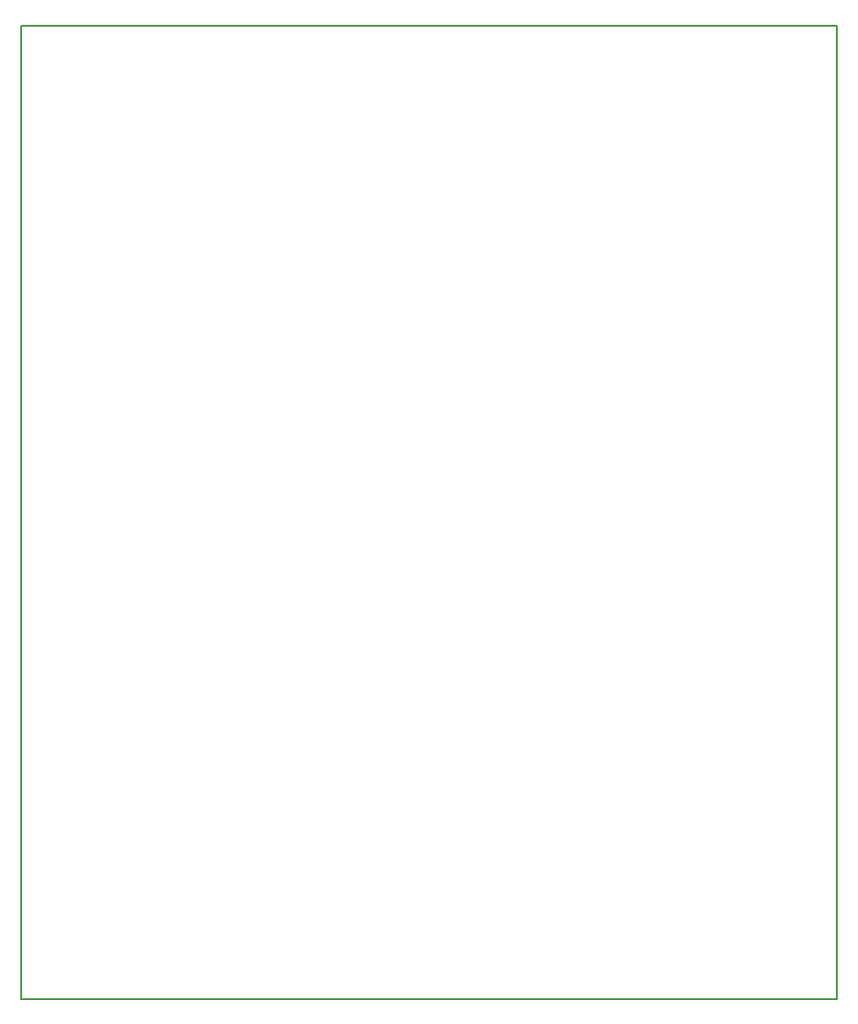
<source format=gm1>
G04 #@! TF.FileFunction,Profile,NP*
%FSLAX46Y46*%
G04 Gerber Fmt 4.6, Leading zero omitted, Abs format (unit mm)*
G04 Created by KiCad (PCBNEW 4.0.6+dfsg1-1) date Mon Feb 26 15:31:38 2018*
%MOMM*%
%LPD*%
G01*
G04 APERTURE LIST*
%ADD10C,0.100000*%
%ADD11C,0.150000*%
G04 APERTURE END LIST*
D10*
D11*
X74200Y79100D02*
X74200Y89579100D01*
X74200Y79100D02*
X75074200Y79100D01*
X75074200Y89579100D02*
X74200Y89579100D01*
X75074200Y79100D02*
X75074200Y579100D01*
X75074200Y579100D02*
X75074200Y89579100D01*
M02*

</source>
